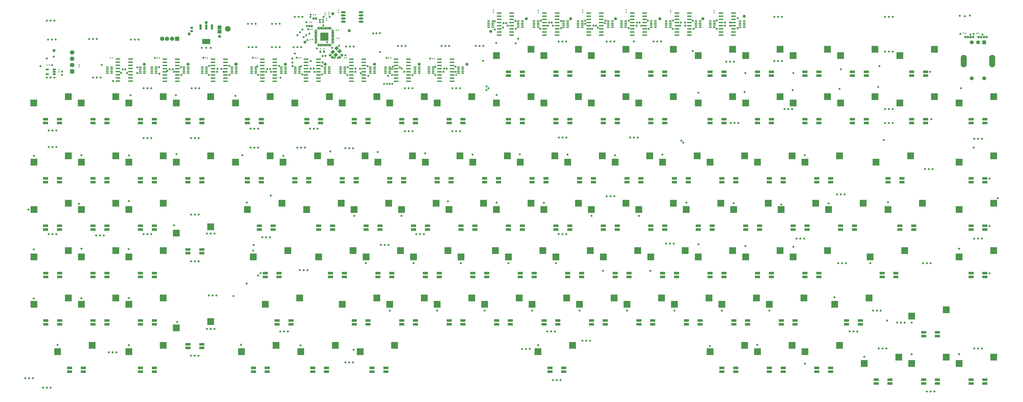
<source format=gbs>
G04*
G04 #@! TF.GenerationSoftware,Altium Limited,Altium Designer,23.5.1 (21)*
G04*
G04 Layer_Color=16711935*
%FSLAX25Y25*%
%MOIN*%
G70*
G04*
G04 #@! TF.SameCoordinates,508BA793-0958-4452-B0AF-20FDD5A17331*
G04*
G04*
G04 #@! TF.FilePolarity,Negative*
G04*
G01*
G75*
%ADD15R,0.01575X0.01968*%
%ADD16C,0.06706*%
%ADD17R,0.06706X0.06706*%
G04:AMPARAMS|DCode=18|XSize=94.49mil|YSize=196.85mil|CornerRadius=47.24mil|HoleSize=0mil|Usage=FLASHONLY|Rotation=180.000|XOffset=0mil|YOffset=0mil|HoleType=Round|Shape=RoundedRectangle|*
%AMROUNDEDRECTD18*
21,1,0.09449,0.10236,0,0,180.0*
21,1,0.00000,0.19685,0,0,180.0*
1,1,0.09449,0.00000,0.05118*
1,1,0.09449,0.00000,0.05118*
1,1,0.09449,0.00000,-0.05118*
1,1,0.09449,0.00000,-0.05118*
%
%ADD18ROUNDEDRECTD18*%
%ADD19C,0.06102*%
%ADD20R,0.06102X0.06102*%
%ADD21C,0.07099*%
%ADD22R,0.07099X0.07099*%
%ADD23C,0.03162*%
%ADD24C,0.04800*%
%ADD25C,0.04737*%
%ADD26C,0.08800*%
%ADD27C,0.02769*%
%ADD28C,0.05300*%
G04:AMPARAMS|DCode=49|XSize=74.98mil|YSize=22.36mil|CornerRadius=11.18mil|HoleSize=0mil|Usage=FLASHONLY|Rotation=180.000|XOffset=0mil|YOffset=0mil|HoleType=Round|Shape=RoundedRectangle|*
%AMROUNDEDRECTD49*
21,1,0.07498,0.00000,0,0,180.0*
21,1,0.05262,0.02236,0,0,180.0*
1,1,0.02236,-0.02631,0.00000*
1,1,0.02236,0.02631,0.00000*
1,1,0.02236,0.02631,0.00000*
1,1,0.02236,-0.02631,0.00000*
%
%ADD49ROUNDEDRECTD49*%
%ADD50R,0.07498X0.02236*%
%ADD52R,0.01968X0.01575*%
%ADD53R,0.03260X0.03174*%
%ADD54R,0.02182X0.01822*%
%ADD57R,0.12795X0.08465*%
%ADD58R,0.03740X0.08465*%
%ADD59R,0.06127X0.06213*%
G04:AMPARAMS|DCode=65|XSize=55.12mil|YSize=47.24mil|CornerRadius=0mil|HoleSize=0mil|Usage=FLASHONLY|Rotation=225.000|XOffset=0mil|YOffset=0mil|HoleType=Round|Shape=Rectangle|*
%AMROTATEDRECTD65*
4,1,4,0.00278,0.03619,0.03619,0.00278,-0.00278,-0.03619,-0.03619,-0.00278,0.00278,0.03619,0.0*
%
%ADD65ROTATEDRECTD65*%

%ADD74R,0.10839X0.10642*%
%ADD75R,0.10839X0.10642*%
%ADD76R,0.07887X0.04028*%
%ADD77O,0.01587X0.04343*%
%ADD78R,0.03162X0.02769*%
%ADD79R,0.03359X0.03359*%
%ADD80R,0.04343X0.02473*%
G04:AMPARAMS|DCode=81|XSize=37.92mil|YSize=34mil|CornerRadius=7.25mil|HoleSize=0mil|Usage=FLASHONLY|Rotation=180.000|XOffset=0mil|YOffset=0mil|HoleType=Round|Shape=RoundedRectangle|*
%AMROUNDEDRECTD81*
21,1,0.03792,0.01950,0,0,180.0*
21,1,0.02342,0.03400,0,0,180.0*
1,1,0.01450,-0.01171,0.00975*
1,1,0.01450,0.01171,0.00975*
1,1,0.01450,0.01171,-0.00975*
1,1,0.01450,-0.01171,-0.00975*
%
%ADD81ROUNDEDRECTD81*%
G04:AMPARAMS|DCode=82|XSize=41.47mil|YSize=37.53mil|CornerRadius=0mil|HoleSize=0mil|Usage=FLASHONLY|Rotation=315.000|XOffset=0mil|YOffset=0mil|HoleType=Round|Shape=Rectangle|*
%AMROTATEDRECTD82*
4,1,4,-0.02793,0.00139,-0.00139,0.02793,0.02793,-0.00139,0.00139,-0.02793,-0.02793,0.00139,0.0*
%
%ADD82ROTATEDRECTD82*%

%ADD83O,0.07493X0.03162*%
%ADD84R,0.13005X0.13005*%
%ADD85O,0.04343X0.01587*%
G04:AMPARAMS|DCode=86|XSize=41.47mil|YSize=37.53mil|CornerRadius=0mil|HoleSize=0mil|Usage=FLASHONLY|Rotation=45.000|XOffset=0mil|YOffset=0mil|HoleType=Round|Shape=Rectangle|*
%AMROTATEDRECTD86*
4,1,4,-0.00139,-0.02793,-0.02793,-0.00139,0.00139,0.02793,0.02793,0.00139,-0.00139,-0.02793,0.0*
%
%ADD86ROTATEDRECTD86*%

%ADD87R,0.04540X0.03162*%
D15*
X376425Y550000D02*
D03*
X379575D02*
D03*
X465244Y606294D02*
D03*
X462094D02*
D03*
X504701Y593902D02*
D03*
X507850D02*
D03*
X508575Y581000D02*
D03*
X505425D02*
D03*
X465911Y595238D02*
D03*
X462761D02*
D03*
X466575Y579000D02*
D03*
X463425D02*
D03*
X471669Y618294D02*
D03*
X468520D02*
D03*
X300575Y550000D02*
D03*
X297425D02*
D03*
X47403Y538523D02*
D03*
X50552D02*
D03*
X659575Y549000D02*
D03*
X656425D02*
D03*
X590575Y550000D02*
D03*
X587425D02*
D03*
X520575Y550000D02*
D03*
X517425D02*
D03*
X448575Y550000D02*
D03*
X445425D02*
D03*
X224575D02*
D03*
X221425D02*
D03*
X150575D02*
D03*
X147425D02*
D03*
D16*
X229189Y580165D02*
D03*
X244937D02*
D03*
X237063D02*
D03*
D17*
X252811D02*
D03*
D18*
X1496309Y545000D02*
D03*
X1541191D02*
D03*
D19*
X1508907Y574528D02*
D03*
X1518750D02*
D03*
X1508907Y517441D02*
D03*
X1528593D02*
D03*
D20*
Y574528D02*
D03*
D21*
X87000Y538750D02*
D03*
Y548750D02*
D03*
Y558750D02*
D03*
D22*
Y528750D02*
D03*
D23*
X519000Y554000D02*
D03*
X484955Y559185D02*
D03*
X479257Y559185D02*
D03*
X506942Y550036D02*
D03*
X502000Y550000D02*
D03*
X508916Y569187D02*
D03*
X487136Y553135D02*
D03*
X490000Y575000D02*
D03*
X1506000Y617000D02*
D03*
X1489849Y616764D02*
D03*
X1384000Y615000D02*
D03*
X1378000D02*
D03*
X1372000D02*
D03*
X1209000D02*
D03*
X1203000D02*
D03*
X1197000D02*
D03*
X1512000Y587819D02*
D03*
X1491000D02*
D03*
X543181Y525610D02*
D03*
X1139000Y613000D02*
D03*
X1498000Y616000D02*
D03*
X1245267Y66000D02*
D03*
X1292042Y170958D02*
D03*
X1370000Y420000D02*
D03*
X1375279Y134226D02*
D03*
X326181Y528000D02*
D03*
X356000Y396000D02*
D03*
X401000Y332000D02*
D03*
X416212Y518521D02*
D03*
X482000Y524000D02*
D03*
X975000Y576000D02*
D03*
X57978Y552006D02*
D03*
X55303Y538540D02*
D03*
X36823Y536881D02*
D03*
X132000Y519000D02*
D03*
X126000D02*
D03*
X120000D02*
D03*
X59000D02*
D03*
X53000D02*
D03*
X47000D02*
D03*
X61000Y579000D02*
D03*
X55000D02*
D03*
X49000D02*
D03*
X126000Y580000D02*
D03*
X120000D02*
D03*
X114000D02*
D03*
X192000Y579000D02*
D03*
X186000D02*
D03*
X180000D02*
D03*
X451000Y615000D02*
D03*
X445000D02*
D03*
X439000D02*
D03*
X415000Y604000D02*
D03*
X409000D02*
D03*
X403000D02*
D03*
X377000D02*
D03*
X371000D02*
D03*
X365000D02*
D03*
X457843Y600484D02*
D03*
X459978Y595253D02*
D03*
X457323Y606290D02*
D03*
X458751Y578249D02*
D03*
X443000Y586000D02*
D03*
X447197Y590675D02*
D03*
X461964Y588232D02*
D03*
X457000Y586000D02*
D03*
X453000Y583000D02*
D03*
X451000Y595000D02*
D03*
X288000Y502000D02*
D03*
X282000D02*
D03*
X276000D02*
D03*
X212000D02*
D03*
X206000D02*
D03*
X200000D02*
D03*
X315000Y174000D02*
D03*
X309000D02*
D03*
X303000D02*
D03*
X856366Y424042D02*
D03*
X862366D02*
D03*
X868366D02*
D03*
X969000D02*
D03*
X975000D02*
D03*
X981000D02*
D03*
X1372000Y447000D02*
D03*
X1378000D02*
D03*
X1384000D02*
D03*
X1128000D02*
D03*
X1134000D02*
D03*
X1140000D02*
D03*
X1197000Y545000D02*
D03*
X1203000D02*
D03*
X1209000D02*
D03*
X1121000Y544000D02*
D03*
X1127000D02*
D03*
X1133000D02*
D03*
X792000Y580362D02*
D03*
X768000Y598000D02*
D03*
X932000Y576000D02*
D03*
X938000D02*
D03*
X944000D02*
D03*
X1006000D02*
D03*
X1012000D02*
D03*
X1018000D02*
D03*
X868000D02*
D03*
X862000D02*
D03*
X856000D02*
D03*
X125000Y269000D02*
D03*
X131000D02*
D03*
X137000D02*
D03*
X1513000Y264000D02*
D03*
X1519000D02*
D03*
X1525000D02*
D03*
X856000Y271000D02*
D03*
X862000D02*
D03*
X868000D02*
D03*
X932000Y331000D02*
D03*
X938000D02*
D03*
X944000D02*
D03*
X1026000Y256000D02*
D03*
X1032000D02*
D03*
X1038000D02*
D03*
X631000Y271000D02*
D03*
X637000D02*
D03*
X643000D02*
D03*
X384868Y209235D02*
D03*
X380819Y205566D02*
D03*
X483000Y553000D02*
D03*
X482996Y542996D02*
D03*
X474000Y565000D02*
D03*
X464000Y545000D02*
D03*
X435180Y542681D02*
D03*
Y536880D02*
D03*
X439000Y557000D02*
D03*
X442000Y550181D02*
D03*
X435000Y549000D02*
D03*
X448660Y536643D02*
D03*
X482000Y537000D02*
D03*
X498000Y566078D02*
D03*
X287000Y228000D02*
D03*
X374000Y254000D02*
D03*
X832736Y320736D02*
D03*
X758000Y321000D02*
D03*
X681000Y323000D02*
D03*
X495000Y402000D02*
D03*
X531000Y407000D02*
D03*
X525000D02*
D03*
X519000D02*
D03*
X570000Y401000D02*
D03*
X645000Y399000D02*
D03*
X587000Y254000D02*
D03*
X581000D02*
D03*
X575000D02*
D03*
X62000Y435000D02*
D03*
X56000D02*
D03*
X50000D02*
D03*
X62000Y409000D02*
D03*
X56000D02*
D03*
X50000D02*
D03*
X62000Y271000D02*
D03*
X56000D02*
D03*
X50000D02*
D03*
X212000D02*
D03*
X206000D02*
D03*
X200000D02*
D03*
X287000Y302000D02*
D03*
X281000D02*
D03*
X275000D02*
D03*
X810312Y89385D02*
D03*
X804313D02*
D03*
X798313D02*
D03*
X437000Y567000D02*
D03*
X443000D02*
D03*
X449000D02*
D03*
X1328000Y117000D02*
D03*
X1322000D02*
D03*
X1316000D02*
D03*
X850000D02*
D03*
X844000D02*
D03*
X838000D02*
D03*
X463800Y618253D02*
D03*
X463686Y614606D02*
D03*
X287078Y423080D02*
D03*
X281078D02*
D03*
X275078D02*
D03*
X59000Y609000D02*
D03*
X53000D02*
D03*
X47000D02*
D03*
X700000Y502000D02*
D03*
X694000D02*
D03*
X688000D02*
D03*
X625000D02*
D03*
X619000D02*
D03*
X613000D02*
D03*
X737000Y569000D02*
D03*
X731000D02*
D03*
X725000D02*
D03*
X683000D02*
D03*
X677000D02*
D03*
X671000D02*
D03*
X614000D02*
D03*
X608000D02*
D03*
X602000D02*
D03*
X532000Y568000D02*
D03*
X526000D02*
D03*
X520000D02*
D03*
X415000Y567000D02*
D03*
X409000D02*
D03*
X403000D02*
D03*
X378000D02*
D03*
X372000D02*
D03*
X366000D02*
D03*
X1525000Y90000D02*
D03*
X1519000D02*
D03*
X1513000D02*
D03*
X1374000D02*
D03*
X1368000D02*
D03*
X1362000D02*
D03*
X25000Y43000D02*
D03*
X19000D02*
D03*
X13000D02*
D03*
X41000Y28000D02*
D03*
X47000D02*
D03*
X53000D02*
D03*
X145000Y84000D02*
D03*
X151000D02*
D03*
X157000D02*
D03*
X300000Y121000D02*
D03*
X306000D02*
D03*
X312000D02*
D03*
X274500Y78500D02*
D03*
X280500D02*
D03*
X286500D02*
D03*
X275000Y228000D02*
D03*
X281000D02*
D03*
X447000Y214000D02*
D03*
X453000D02*
D03*
X459000D02*
D03*
X416000Y117000D02*
D03*
X422000D02*
D03*
X428000D02*
D03*
X387500Y266000D02*
D03*
X393500D02*
D03*
X399500D02*
D03*
X847000Y40000D02*
D03*
X853000D02*
D03*
X859000D02*
D03*
X1438000Y22000D02*
D03*
X1444000D02*
D03*
X1450000D02*
D03*
X1353000Y150000D02*
D03*
X1359000D02*
D03*
X1365000D02*
D03*
X1391000Y131000D02*
D03*
X1397000D02*
D03*
X1403000D02*
D03*
X1298000Y225000D02*
D03*
X1304000D02*
D03*
X1310000D02*
D03*
X1432000D02*
D03*
X1438000D02*
D03*
X1444000D02*
D03*
X1435000Y374000D02*
D03*
X1441000D02*
D03*
X1447000D02*
D03*
X1372000Y560000D02*
D03*
X1378000D02*
D03*
X1384000D02*
D03*
X1372000Y469000D02*
D03*
X1378000D02*
D03*
X1384000D02*
D03*
X1213000D02*
D03*
X1219000D02*
D03*
X1225000D02*
D03*
X688000Y434000D02*
D03*
X694000D02*
D03*
X700000D02*
D03*
X613000D02*
D03*
X619000D02*
D03*
X625000D02*
D03*
X443000Y408000D02*
D03*
X449000D02*
D03*
X455000D02*
D03*
X463000Y438000D02*
D03*
X469000D02*
D03*
X475000D02*
D03*
X369000D02*
D03*
X375000D02*
D03*
X381000D02*
D03*
X369000Y408000D02*
D03*
X375000D02*
D03*
X381000D02*
D03*
X200026Y422841D02*
D03*
X206027D02*
D03*
X212027D02*
D03*
X519000Y68000D02*
D03*
X525000D02*
D03*
X531000D02*
D03*
X1296000Y334000D02*
D03*
X1302000D02*
D03*
X1308000D02*
D03*
X1513000Y422000D02*
D03*
X1519000D02*
D03*
X1525000D02*
D03*
X893465Y102362D02*
D03*
X899465D02*
D03*
X905465D02*
D03*
X534507Y528012D02*
D03*
X1537000Y359000D02*
D03*
X494000Y615000D02*
D03*
X484339Y615086D02*
D03*
X484065Y601367D02*
D03*
X259000Y535217D02*
D03*
X1118978Y600978D02*
D03*
X979000Y601000D02*
D03*
X522708Y535418D02*
D03*
X755000Y595000D02*
D03*
X998000Y596000D02*
D03*
X898000Y604000D02*
D03*
Y609000D02*
D03*
X775409Y600952D02*
D03*
X847000Y601000D02*
D03*
X585000Y509000D02*
D03*
X580000D02*
D03*
X593000D02*
D03*
X315746Y527855D02*
D03*
X303598Y537143D02*
D03*
X335104Y537166D02*
D03*
X401268Y528001D02*
D03*
X393590Y527798D02*
D03*
X470404Y528088D02*
D03*
X554849Y521735D02*
D03*
X586199Y521587D02*
D03*
X693234Y527798D02*
D03*
X967000Y609000D02*
D03*
X966439Y597199D02*
D03*
X997000Y609000D02*
D03*
X1056000Y601000D02*
D03*
X554000Y537000D02*
D03*
X71000Y523000D02*
D03*
X47000Y549000D02*
D03*
X70925Y528156D02*
D03*
X373000Y245000D02*
D03*
X253000Y132000D02*
D03*
X788000Y573000D02*
D03*
X1445000Y453000D02*
D03*
X1443000Y528000D02*
D03*
X745000Y502000D02*
D03*
X742000Y499000D02*
D03*
Y505000D02*
D03*
X294125Y550300D02*
D03*
X372484Y550363D02*
D03*
X1127000Y601000D02*
D03*
Y606000D02*
D03*
X1106038Y609319D02*
D03*
X1139000Y597000D02*
D03*
X1069144Y595914D02*
D03*
X1049000Y606000D02*
D03*
X1056000D02*
D03*
X1048070Y600984D02*
D03*
X1037000Y609000D02*
D03*
X986708Y601086D02*
D03*
X984000Y606000D02*
D03*
X980000D02*
D03*
X930000Y609000D02*
D03*
X929000Y605000D02*
D03*
X918000Y598000D02*
D03*
X915000Y601000D02*
D03*
X911000D02*
D03*
X860000Y597000D02*
D03*
Y608181D02*
D03*
X845000Y606000D02*
D03*
X841000D02*
D03*
X828000Y609000D02*
D03*
X773000Y605000D02*
D03*
X769000D02*
D03*
X625000Y523000D02*
D03*
X612000Y528000D02*
D03*
X660801Y522801D02*
D03*
X674000Y528000D02*
D03*
X675000Y533000D02*
D03*
X679000D02*
D03*
X693000Y536000D02*
D03*
X661000D02*
D03*
X594000D02*
D03*
X589000Y509000D02*
D03*
X592488Y523041D02*
D03*
X592521Y532521D02*
D03*
X171000Y532000D02*
D03*
X174000Y526000D02*
D03*
X167000Y532000D02*
D03*
X179181Y491000D02*
D03*
X189880Y525830D02*
D03*
X241000Y532000D02*
D03*
X246000D02*
D03*
X237203Y529606D02*
D03*
X259715Y523041D02*
D03*
X322913Y532711D02*
D03*
X316717Y532624D02*
D03*
X399936Y532354D02*
D03*
X395189Y532162D02*
D03*
X414031Y537169D02*
D03*
X451000Y524000D02*
D03*
X461819Y528000D02*
D03*
X464000Y533000D02*
D03*
X469000D02*
D03*
X542000D02*
D03*
X535000D02*
D03*
X421000Y395000D02*
D03*
X251000Y491000D02*
D03*
X345000Y490000D02*
D03*
X251752Y397533D02*
D03*
X306000Y566000D02*
D03*
X299000D02*
D03*
X292000D02*
D03*
X1050000Y419000D02*
D03*
X1068000Y609000D02*
D03*
X787485Y608163D02*
D03*
X755000Y608000D02*
D03*
X736628Y545352D02*
D03*
X312000Y272000D02*
D03*
X306000D02*
D03*
X300000D02*
D03*
X1244000Y264000D02*
D03*
X1238000D02*
D03*
X1232000D02*
D03*
X757767Y491117D02*
D03*
X589000Y150000D02*
D03*
X664000D02*
D03*
X739000D02*
D03*
X814000D02*
D03*
X889000D02*
D03*
X964000D02*
D03*
X1039000D02*
D03*
X1114000D02*
D03*
X1189000D02*
D03*
X1348505Y225039D02*
D03*
X1053000Y416000D02*
D03*
X720000Y397000D02*
D03*
X794659Y397321D02*
D03*
X1020000Y397000D02*
D03*
X945000Y396000D02*
D03*
X870000Y397000D02*
D03*
X363000Y321000D02*
D03*
X176969Y395737D02*
D03*
X176547Y323229D02*
D03*
X225000Y525000D02*
D03*
X224197Y535266D02*
D03*
X101449Y396072D02*
D03*
X26428Y395024D02*
D03*
X26163Y246437D02*
D03*
X101474Y247911D02*
D03*
X176306Y247177D02*
D03*
X176616Y169903D02*
D03*
X101460Y169723D02*
D03*
X26379Y169224D02*
D03*
X64068Y95886D02*
D03*
X176628Y95183D02*
D03*
X354000Y96000D02*
D03*
X448000Y95000D02*
D03*
X531879Y88077D02*
D03*
X823413Y95352D02*
D03*
X1095000Y94000D02*
D03*
X1170000Y96000D02*
D03*
X1414000Y131000D02*
D03*
X1339000Y77000D02*
D03*
X1489000Y81000D02*
D03*
X1414000D02*
D03*
X1537000Y209000D02*
D03*
X1489000Y248000D02*
D03*
X1537000Y284000D02*
D03*
X1376632Y321499D02*
D03*
X1282486Y319630D02*
D03*
X1245000Y396000D02*
D03*
X1208000Y318000D02*
D03*
X1132481Y319771D02*
D03*
X1058000Y321000D02*
D03*
X908000Y300000D02*
D03*
X983000D02*
D03*
X607719Y299968D02*
D03*
X533000Y300000D02*
D03*
X551392Y224973D02*
D03*
X626470Y224931D02*
D03*
X701350Y224992D02*
D03*
X776722Y224954D02*
D03*
X851426Y225014D02*
D03*
X1526000Y587000D02*
D03*
X1507000D02*
D03*
X653000Y549000D02*
D03*
X584000Y550000D02*
D03*
X218000D02*
D03*
X379631Y536643D02*
D03*
X98000Y319000D02*
D03*
X18000Y310000D02*
D03*
X134000Y539000D02*
D03*
X151465Y513192D02*
D03*
X1550000Y328000D02*
D03*
X1077000Y495000D02*
D03*
X573470Y559155D02*
D03*
X573129Y589129D02*
D03*
X568000Y589000D02*
D03*
X562757Y588757D02*
D03*
X248000Y285000D02*
D03*
X1492000Y502000D02*
D03*
X1227000Y251000D02*
D03*
X788231Y595955D02*
D03*
X1151392Y252392D02*
D03*
X1077000Y255000D02*
D03*
X1001000Y213000D02*
D03*
X926000D02*
D03*
X839000Y601000D02*
D03*
X827000Y596000D02*
D03*
X757368Y573632D02*
D03*
X608000Y533000D02*
D03*
X1227000Y526000D02*
D03*
X164311Y526153D02*
D03*
X1068000Y561000D02*
D03*
X909000Y596000D02*
D03*
X1036401Y595914D02*
D03*
X1150000Y496000D02*
D03*
X1300000Y501000D02*
D03*
X1226000Y499000D02*
D03*
X1361000Y504000D02*
D03*
X1151055Y525959D02*
D03*
X1363055Y536959D02*
D03*
X1302000Y532000D02*
D03*
X1106038Y595978D02*
D03*
X1512000Y408000D02*
D03*
X1118978Y606022D02*
D03*
X605000Y535000D02*
D03*
X521773Y523041D02*
D03*
X363000Y193000D02*
D03*
X381000Y523000D02*
D03*
X342000Y173000D02*
D03*
X335744Y523041D02*
D03*
X303001D02*
D03*
X248000Y528000D02*
D03*
X190000Y535000D02*
D03*
D24*
X455000Y575000D02*
D03*
X1149347Y616000D02*
D03*
X424000Y540000D02*
D03*
X58274Y561611D02*
D03*
X499000Y620000D02*
D03*
X1084000Y612000D02*
D03*
X1016000D02*
D03*
X946000D02*
D03*
X875000D02*
D03*
X805000D02*
D03*
X525000Y593000D02*
D03*
X748540Y591884D02*
D03*
X711000Y540000D02*
D03*
X635512Y540024D02*
D03*
X565000Y540000D02*
D03*
X487000D02*
D03*
X270188Y539827D02*
D03*
X200867Y539867D02*
D03*
D25*
X299000Y606000D02*
D03*
X320000Y584000D02*
D03*
X272000Y588000D02*
D03*
D26*
X333000Y596000D02*
D03*
D27*
X694000Y523000D02*
D03*
X481338Y579338D02*
D03*
X485669D02*
D03*
X490000D02*
D03*
X481338Y583669D02*
D03*
X485669D02*
D03*
X490000D02*
D03*
X481338Y588000D02*
D03*
X485669D02*
D03*
X490000D02*
D03*
D28*
X346000Y540000D02*
D03*
D49*
X456584Y548041D02*
D03*
Y543041D02*
D03*
Y538041D02*
D03*
Y533041D02*
D03*
Y528041D02*
D03*
Y523041D02*
D03*
Y518041D02*
D03*
Y513041D02*
D03*
X476276D02*
D03*
Y518041D02*
D03*
Y523041D02*
D03*
Y528041D02*
D03*
Y533041D02*
D03*
Y538041D02*
D03*
Y543041D02*
D03*
X991849Y615955D02*
D03*
Y610955D02*
D03*
Y605955D02*
D03*
Y600955D02*
D03*
Y595955D02*
D03*
Y590955D02*
D03*
Y585955D02*
D03*
X972157D02*
D03*
Y590955D02*
D03*
Y595955D02*
D03*
Y600955D02*
D03*
Y605955D02*
D03*
Y610955D02*
D03*
Y615955D02*
D03*
Y620955D02*
D03*
X1132278Y615955D02*
D03*
Y610955D02*
D03*
Y605955D02*
D03*
Y600955D02*
D03*
Y595955D02*
D03*
Y590955D02*
D03*
Y585955D02*
D03*
X1112586D02*
D03*
Y590955D02*
D03*
Y595955D02*
D03*
Y600955D02*
D03*
Y605955D02*
D03*
Y610955D02*
D03*
Y615955D02*
D03*
Y620955D02*
D03*
X1062563Y615955D02*
D03*
Y610955D02*
D03*
Y605955D02*
D03*
Y600955D02*
D03*
Y595955D02*
D03*
Y590955D02*
D03*
Y585955D02*
D03*
X1042871D02*
D03*
Y590955D02*
D03*
Y595955D02*
D03*
Y600955D02*
D03*
Y605955D02*
D03*
Y610955D02*
D03*
Y615955D02*
D03*
Y620955D02*
D03*
X923394Y615955D02*
D03*
Y610955D02*
D03*
Y605955D02*
D03*
Y600955D02*
D03*
Y595955D02*
D03*
Y590955D02*
D03*
Y585955D02*
D03*
X903702D02*
D03*
Y590955D02*
D03*
Y595955D02*
D03*
Y600955D02*
D03*
Y605955D02*
D03*
Y610955D02*
D03*
Y615955D02*
D03*
Y620955D02*
D03*
X853420Y615955D02*
D03*
Y610955D02*
D03*
Y605955D02*
D03*
Y600955D02*
D03*
Y595955D02*
D03*
Y590955D02*
D03*
Y585955D02*
D03*
X833728D02*
D03*
Y590955D02*
D03*
Y595955D02*
D03*
Y600955D02*
D03*
Y605955D02*
D03*
Y610955D02*
D03*
Y615955D02*
D03*
Y620955D02*
D03*
X781705Y615955D02*
D03*
Y610955D02*
D03*
Y605955D02*
D03*
Y600955D02*
D03*
Y595955D02*
D03*
Y590955D02*
D03*
Y585955D02*
D03*
X762013D02*
D03*
Y590955D02*
D03*
Y595955D02*
D03*
Y600955D02*
D03*
Y605955D02*
D03*
Y610955D02*
D03*
Y615955D02*
D03*
Y620955D02*
D03*
X687419Y543041D02*
D03*
Y538041D02*
D03*
Y533041D02*
D03*
Y528041D02*
D03*
Y523041D02*
D03*
Y518041D02*
D03*
Y513041D02*
D03*
X667727D02*
D03*
Y518041D02*
D03*
Y523041D02*
D03*
Y528041D02*
D03*
Y533041D02*
D03*
Y538041D02*
D03*
Y543041D02*
D03*
Y548041D02*
D03*
X618705Y543041D02*
D03*
Y538041D02*
D03*
Y533041D02*
D03*
Y528041D02*
D03*
Y523041D02*
D03*
Y518041D02*
D03*
Y513041D02*
D03*
X599013D02*
D03*
Y518041D02*
D03*
Y523041D02*
D03*
Y528041D02*
D03*
Y533041D02*
D03*
Y538041D02*
D03*
Y543041D02*
D03*
Y548041D02*
D03*
X547990Y543041D02*
D03*
Y538041D02*
D03*
Y533041D02*
D03*
Y528041D02*
D03*
Y523041D02*
D03*
Y518041D02*
D03*
Y513041D02*
D03*
X528298D02*
D03*
Y518041D02*
D03*
Y523041D02*
D03*
Y528041D02*
D03*
Y533041D02*
D03*
Y538041D02*
D03*
Y543041D02*
D03*
Y548041D02*
D03*
X407247Y543041D02*
D03*
Y538041D02*
D03*
Y533041D02*
D03*
Y528041D02*
D03*
Y523041D02*
D03*
Y518041D02*
D03*
Y513041D02*
D03*
X387555D02*
D03*
Y518041D02*
D03*
Y523041D02*
D03*
Y528041D02*
D03*
Y533041D02*
D03*
Y538041D02*
D03*
Y543041D02*
D03*
Y548041D02*
D03*
X329218Y543041D02*
D03*
Y538041D02*
D03*
Y533041D02*
D03*
Y528041D02*
D03*
Y523041D02*
D03*
Y518041D02*
D03*
Y513041D02*
D03*
X309526D02*
D03*
Y518041D02*
D03*
Y523041D02*
D03*
Y528041D02*
D03*
Y533041D02*
D03*
Y538041D02*
D03*
Y543041D02*
D03*
Y548041D02*
D03*
X253190Y543041D02*
D03*
Y538041D02*
D03*
Y533041D02*
D03*
Y528041D02*
D03*
Y523041D02*
D03*
Y518041D02*
D03*
Y513041D02*
D03*
X233498D02*
D03*
Y518041D02*
D03*
Y523041D02*
D03*
Y528041D02*
D03*
Y533041D02*
D03*
Y538041D02*
D03*
Y543041D02*
D03*
Y548041D02*
D03*
X179096Y543250D02*
D03*
Y538250D02*
D03*
Y533250D02*
D03*
Y528250D02*
D03*
Y523250D02*
D03*
Y518250D02*
D03*
Y513250D02*
D03*
X159404D02*
D03*
Y518250D02*
D03*
Y523250D02*
D03*
Y528250D02*
D03*
Y533250D02*
D03*
Y538250D02*
D03*
Y543250D02*
D03*
Y548250D02*
D03*
D50*
X476276Y548041D02*
D03*
X991849Y620955D02*
D03*
X1132278D02*
D03*
X1062563D02*
D03*
X923394D02*
D03*
X853420D02*
D03*
X781705D02*
D03*
X687419Y548041D02*
D03*
X618705D02*
D03*
X547990D02*
D03*
X407247D02*
D03*
X329218D02*
D03*
X253190D02*
D03*
X179096Y548250D02*
D03*
D52*
X489000Y609425D02*
D03*
Y612575D02*
D03*
X485001Y564669D02*
D03*
Y561520D02*
D03*
X479173Y564669D02*
D03*
Y561519D02*
D03*
X493000Y621575D02*
D03*
Y618425D02*
D03*
X487000D02*
D03*
Y621575D02*
D03*
X508000Y625575D02*
D03*
Y622425D02*
D03*
X894000Y625150D02*
D03*
Y622000D02*
D03*
X98000Y539000D02*
D03*
Y535850D02*
D03*
X66000Y531150D02*
D03*
Y528000D02*
D03*
X1102000Y621850D02*
D03*
Y625000D02*
D03*
X1033000Y621850D02*
D03*
Y625000D02*
D03*
X963000Y622425D02*
D03*
Y625575D02*
D03*
X824000Y622000D02*
D03*
Y625150D02*
D03*
X753000Y622425D02*
D03*
Y625575D02*
D03*
D53*
X461744Y600294D02*
D03*
X465594D02*
D03*
X468744Y612294D02*
D03*
X472594D02*
D03*
D54*
X1496180Y588998D02*
D03*
X1498970D02*
D03*
X1519700Y589002D02*
D03*
X1516910D02*
D03*
D57*
X299000Y576000D02*
D03*
D58*
X308055Y598835D02*
D03*
X299000D02*
D03*
X289945D02*
D03*
D59*
X320067Y591598D02*
D03*
Y598402D02*
D03*
D65*
X504937Y565402D02*
D03*
X498812Y559277D02*
D03*
X503545Y554545D02*
D03*
X509669Y560669D02*
D03*
D74*
X345236Y385000D02*
D03*
X457736Y310000D02*
D03*
X63986Y85000D02*
D03*
X757736Y310000D02*
D03*
X1488986Y478750D02*
D03*
Y385000D02*
D03*
Y310000D02*
D03*
Y235000D02*
D03*
Y66250D02*
D03*
X1413986D02*
D03*
X1338986D02*
D03*
X1413986Y141250D02*
D03*
X1357736Y385000D02*
D03*
X1348361Y235000D02*
D03*
X1292111Y160000D02*
D03*
X1376486Y310000D02*
D03*
X1245236Y85000D02*
D03*
X823361D02*
D03*
X1095236D02*
D03*
X1170236D02*
D03*
X1226486Y478750D02*
D03*
X1395236D02*
D03*
Y553750D02*
D03*
X1301486Y478750D02*
D03*
X1076486Y553750D02*
D03*
X1301486D02*
D03*
X1226486D02*
D03*
X1151486D02*
D03*
X1038986Y160000D02*
D03*
X963986D02*
D03*
X1188986D02*
D03*
X1113986D02*
D03*
X1151486Y478750D02*
D03*
X1076486D02*
D03*
X888986Y160000D02*
D03*
X982736Y553750D02*
D03*
Y310000D02*
D03*
X1076486Y235000D02*
D03*
X1151486D02*
D03*
X907736Y310000D02*
D03*
X851486Y235000D02*
D03*
X926486D02*
D03*
X1001486D02*
D03*
X1226486D02*
D03*
X757736Y553750D02*
D03*
X907736D02*
D03*
X1057736Y310000D02*
D03*
X832736Y553750D02*
D03*
X1245236Y385000D02*
D03*
X1132736Y310000D02*
D03*
X1207736D02*
D03*
X1282736D02*
D03*
X945236Y385000D02*
D03*
X1095236D02*
D03*
X1170236D02*
D03*
X1020236D02*
D03*
X982736Y478750D02*
D03*
X757736D02*
D03*
X907736D02*
D03*
X832736D02*
D03*
X663986D02*
D03*
X513986D02*
D03*
X588986D02*
D03*
X438986D02*
D03*
X645236Y385000D02*
D03*
X720236D02*
D03*
X795236D02*
D03*
X870236D02*
D03*
X607736Y310000D02*
D03*
X532736D02*
D03*
X682736D02*
D03*
X420236Y385000D02*
D03*
X495236D02*
D03*
X832736Y310000D02*
D03*
X570236Y385000D02*
D03*
X738986Y160000D02*
D03*
X663986D02*
D03*
X588986D02*
D03*
X813986D02*
D03*
X626486Y235000D02*
D03*
X776486D02*
D03*
X701486D02*
D03*
X551486D02*
D03*
X542111Y85000D02*
D03*
X513986Y160000D02*
D03*
X373361Y235000D02*
D03*
X345236Y478750D02*
D03*
X476486Y235000D02*
D03*
X363986Y310000D02*
D03*
X251486Y385000D02*
D03*
X176486Y85000D02*
D03*
X251486Y478750D02*
D03*
X392111Y160000D02*
D03*
X251486Y122500D02*
D03*
X354611Y85000D02*
D03*
X448361D02*
D03*
X26486Y235000D02*
D03*
X101486D02*
D03*
X176486D02*
D03*
Y310000D02*
D03*
Y160000D02*
D03*
X26486D02*
D03*
X101486D02*
D03*
X251486Y272500D02*
D03*
X101236Y478750D02*
D03*
X26486Y310000D02*
D03*
X101486D02*
D03*
X26236Y478750D02*
D03*
X176486Y385000D02*
D03*
X26486D02*
D03*
X101486D02*
D03*
X176486Y478750D02*
D03*
D75*
X399764Y395000D02*
D03*
X512264Y320000D02*
D03*
X118514Y95000D02*
D03*
X812264Y320000D02*
D03*
X1543514Y488750D02*
D03*
Y395000D02*
D03*
Y320000D02*
D03*
Y245000D02*
D03*
Y76250D02*
D03*
X1468514D02*
D03*
X1393514D02*
D03*
X1468514Y151250D02*
D03*
X1412264Y395000D02*
D03*
X1402889Y245000D02*
D03*
X1346639Y170000D02*
D03*
X1431014Y320000D02*
D03*
X1299764Y95000D02*
D03*
X877889D02*
D03*
X1149764D02*
D03*
X1224764D02*
D03*
X1281014Y488750D02*
D03*
X1449764D02*
D03*
Y563750D02*
D03*
X1356014Y488750D02*
D03*
X1131014Y563750D02*
D03*
X1356014D02*
D03*
X1281014D02*
D03*
X1206014D02*
D03*
X1093514Y170000D02*
D03*
X1018514D02*
D03*
X1243514D02*
D03*
X1168514D02*
D03*
X1206014Y488750D02*
D03*
X1131014D02*
D03*
X943514Y170000D02*
D03*
X1037264Y563750D02*
D03*
Y320000D02*
D03*
X1131014Y245000D02*
D03*
X1206014D02*
D03*
X962264Y320000D02*
D03*
X906014Y245000D02*
D03*
X981014D02*
D03*
X1056014D02*
D03*
X1281014D02*
D03*
X812264Y563750D02*
D03*
X962264D02*
D03*
X1112264Y320000D02*
D03*
X887264Y563750D02*
D03*
X1299764Y395000D02*
D03*
X1187264Y320000D02*
D03*
X1262264D02*
D03*
X1337264D02*
D03*
X999764Y395000D02*
D03*
X1149764D02*
D03*
X1224764D02*
D03*
X1074764D02*
D03*
X1037264Y488750D02*
D03*
X812264D02*
D03*
X962264D02*
D03*
X887264D02*
D03*
X718514D02*
D03*
X568514D02*
D03*
X643514D02*
D03*
X493514D02*
D03*
X699764Y395000D02*
D03*
X774764D02*
D03*
X849764D02*
D03*
X924764D02*
D03*
X662264Y320000D02*
D03*
X587264D02*
D03*
X737264D02*
D03*
X474764Y395000D02*
D03*
X549764D02*
D03*
X887264Y320000D02*
D03*
X624764Y395000D02*
D03*
X793514Y170000D02*
D03*
X718514D02*
D03*
X643514D02*
D03*
X868514D02*
D03*
X681014Y245000D02*
D03*
X831014D02*
D03*
X756014D02*
D03*
X606014D02*
D03*
X596639Y95000D02*
D03*
X568514Y170000D02*
D03*
X427889Y245000D02*
D03*
X399764Y488750D02*
D03*
X531014Y245000D02*
D03*
X418514Y320000D02*
D03*
X306014Y395000D02*
D03*
X231014Y95000D02*
D03*
X306014Y488750D02*
D03*
X446639Y170000D02*
D03*
X306014Y132500D02*
D03*
X409139Y95000D02*
D03*
X502889D02*
D03*
X81014Y245000D02*
D03*
X156014D02*
D03*
X231014D02*
D03*
Y320000D02*
D03*
Y170000D02*
D03*
X81014D02*
D03*
X156014D02*
D03*
X306014Y282500D02*
D03*
X155764Y488750D02*
D03*
X81014Y320000D02*
D03*
X156014D02*
D03*
X80764Y488750D02*
D03*
X231014Y395000D02*
D03*
X81014D02*
D03*
X156014D02*
D03*
X231014Y488750D02*
D03*
D76*
X1529691Y452953D02*
D03*
X1507809Y447047D02*
D03*
Y452953D02*
D03*
X1529691Y447047D02*
D03*
X1432809Y109547D02*
D03*
X1454691Y115453D02*
D03*
Y109547D02*
D03*
X1432809Y115453D02*
D03*
X1507809Y34547D02*
D03*
X1529691Y40453D02*
D03*
Y34547D02*
D03*
X1507809Y40453D02*
D03*
X1432809Y34547D02*
D03*
X1454691Y40453D02*
D03*
Y34547D02*
D03*
X1432809Y40453D02*
D03*
X1357809Y34547D02*
D03*
X1379691Y40453D02*
D03*
Y34547D02*
D03*
X1357809Y40453D02*
D03*
X1264059Y53297D02*
D03*
X1285941Y59203D02*
D03*
Y53297D02*
D03*
X1264059Y59203D02*
D03*
X1189059Y53297D02*
D03*
X1210941Y59203D02*
D03*
Y53297D02*
D03*
X1189059Y59203D02*
D03*
X1114059Y53297D02*
D03*
X1135941Y59203D02*
D03*
Y53297D02*
D03*
X1114059Y59203D02*
D03*
X842184Y53297D02*
D03*
X864066Y59203D02*
D03*
Y53297D02*
D03*
X842184Y59203D02*
D03*
X560934Y53297D02*
D03*
X582816Y59203D02*
D03*
Y53297D02*
D03*
X560934Y59203D02*
D03*
X467184Y53297D02*
D03*
X489066Y59203D02*
D03*
Y53297D02*
D03*
X467184Y59203D02*
D03*
X373434Y53297D02*
D03*
X395316Y59203D02*
D03*
Y53297D02*
D03*
X373434Y59203D02*
D03*
X195059Y53297D02*
D03*
X216941Y59203D02*
D03*
Y53297D02*
D03*
X195059Y59203D02*
D03*
X82809Y53297D02*
D03*
X104691Y59203D02*
D03*
Y53297D02*
D03*
X82809Y59203D02*
D03*
X67191Y134203D02*
D03*
X45309Y128297D02*
D03*
Y134203D02*
D03*
X67191Y128297D02*
D03*
X141941Y134203D02*
D03*
X120059Y128297D02*
D03*
Y134203D02*
D03*
X141941Y128297D02*
D03*
X216941Y134203D02*
D03*
X195059Y128297D02*
D03*
Y134203D02*
D03*
X216941Y128297D02*
D03*
X291941Y96703D02*
D03*
X270059Y90797D02*
D03*
Y96703D02*
D03*
X291941Y90797D02*
D03*
X432816Y134203D02*
D03*
X410934Y128297D02*
D03*
Y134203D02*
D03*
X432816Y128297D02*
D03*
X554691Y134203D02*
D03*
X532809Y128297D02*
D03*
Y134203D02*
D03*
X554691Y128297D02*
D03*
X629691Y134203D02*
D03*
X607809Y128297D02*
D03*
Y134203D02*
D03*
X629691Y128297D02*
D03*
X704691Y134203D02*
D03*
X682809Y128297D02*
D03*
Y134203D02*
D03*
X704691Y128297D02*
D03*
X779691Y134203D02*
D03*
X757809Y128297D02*
D03*
Y134203D02*
D03*
X779691Y128297D02*
D03*
X854691Y134203D02*
D03*
X832809Y128297D02*
D03*
Y134203D02*
D03*
X854691Y128297D02*
D03*
X929691Y134203D02*
D03*
X907809Y128297D02*
D03*
Y134203D02*
D03*
X929691Y128297D02*
D03*
X1004691Y134203D02*
D03*
X982809Y128297D02*
D03*
Y134203D02*
D03*
X1004691Y128297D02*
D03*
X1079691Y134203D02*
D03*
X1057809Y128297D02*
D03*
Y134203D02*
D03*
X1079691Y128297D02*
D03*
X1154691Y134203D02*
D03*
X1132809Y128297D02*
D03*
Y134203D02*
D03*
X1154691Y128297D02*
D03*
X1229691Y134203D02*
D03*
X1207809Y128297D02*
D03*
Y134203D02*
D03*
X1229691Y128297D02*
D03*
X1332816Y134203D02*
D03*
X1310934Y128297D02*
D03*
Y134203D02*
D03*
X1332816Y128297D02*
D03*
X1507809Y203297D02*
D03*
X1529691Y209203D02*
D03*
Y203297D02*
D03*
X1507809Y209203D02*
D03*
X1367184Y203297D02*
D03*
X1389066Y209203D02*
D03*
Y203297D02*
D03*
X1367184Y209203D02*
D03*
X1245309Y203297D02*
D03*
X1267191Y209203D02*
D03*
Y203297D02*
D03*
X1245309Y209203D02*
D03*
X1170309Y203297D02*
D03*
X1192191Y209203D02*
D03*
Y203297D02*
D03*
X1170309Y209203D02*
D03*
X1095309Y203297D02*
D03*
X1117191Y209203D02*
D03*
Y203297D02*
D03*
X1095309Y209203D02*
D03*
X1020309Y203297D02*
D03*
X1042191Y209203D02*
D03*
Y203297D02*
D03*
X1020309Y209203D02*
D03*
X945309Y203297D02*
D03*
X967191Y209203D02*
D03*
Y203297D02*
D03*
X945309Y209203D02*
D03*
X870309Y203297D02*
D03*
X892191Y209203D02*
D03*
Y203297D02*
D03*
X870309Y209203D02*
D03*
X795309Y203297D02*
D03*
X817191Y209203D02*
D03*
Y203297D02*
D03*
X795309Y209203D02*
D03*
X720309Y203297D02*
D03*
X742191Y209203D02*
D03*
Y203297D02*
D03*
X720309Y209203D02*
D03*
X645309Y203297D02*
D03*
X667191Y209203D02*
D03*
Y203297D02*
D03*
X645309Y209203D02*
D03*
X570309Y203297D02*
D03*
X592191Y209203D02*
D03*
Y203297D02*
D03*
X570309Y209203D02*
D03*
X495309Y203297D02*
D03*
X517191Y209203D02*
D03*
Y203297D02*
D03*
X495309Y209203D02*
D03*
X392184Y203297D02*
D03*
X414066Y209203D02*
D03*
Y203297D02*
D03*
X392184Y209203D02*
D03*
X195059Y203297D02*
D03*
X216941Y209203D02*
D03*
Y203297D02*
D03*
X195059Y209203D02*
D03*
X120059Y203317D02*
D03*
X141941Y209223D02*
D03*
Y203317D02*
D03*
X120059Y209223D02*
D03*
X45309Y203297D02*
D03*
X67191Y209203D02*
D03*
Y203297D02*
D03*
X45309Y209203D02*
D03*
X66941Y284203D02*
D03*
X45059Y278297D02*
D03*
Y284203D02*
D03*
X66941Y278297D02*
D03*
X141941Y284203D02*
D03*
X120059Y278297D02*
D03*
Y284203D02*
D03*
X141941Y278297D02*
D03*
X216941Y284203D02*
D03*
X195059Y278297D02*
D03*
Y284203D02*
D03*
X216941Y278297D02*
D03*
X291941Y246703D02*
D03*
X270059Y240797D02*
D03*
Y246703D02*
D03*
X291941Y240797D02*
D03*
X404691Y284203D02*
D03*
X382809Y278297D02*
D03*
Y284203D02*
D03*
X404691Y278297D02*
D03*
X498441Y284203D02*
D03*
X476559Y278297D02*
D03*
Y284203D02*
D03*
X498441Y278297D02*
D03*
X573441Y284203D02*
D03*
X551559Y278297D02*
D03*
Y284203D02*
D03*
X573441Y278297D02*
D03*
X648441Y284203D02*
D03*
X626559Y278297D02*
D03*
Y284203D02*
D03*
X648441Y278297D02*
D03*
X723441Y284203D02*
D03*
X701559Y278297D02*
D03*
Y284203D02*
D03*
X723441Y278297D02*
D03*
X798441Y284203D02*
D03*
X776559Y278297D02*
D03*
Y284203D02*
D03*
X798441Y278297D02*
D03*
X873441Y284203D02*
D03*
X851559Y278297D02*
D03*
Y284203D02*
D03*
X873441Y278297D02*
D03*
X948441Y284203D02*
D03*
X926559Y278297D02*
D03*
Y284203D02*
D03*
X948441Y278297D02*
D03*
X1023441Y284203D02*
D03*
X1001559Y278297D02*
D03*
Y284203D02*
D03*
X1023441Y278297D02*
D03*
X1098441Y284203D02*
D03*
X1076559Y278297D02*
D03*
Y284203D02*
D03*
X1098441Y278297D02*
D03*
X1173441Y284203D02*
D03*
X1151559Y278297D02*
D03*
Y284203D02*
D03*
X1173441Y278297D02*
D03*
X1248441Y284203D02*
D03*
X1226559Y278297D02*
D03*
Y284203D02*
D03*
X1248441Y278297D02*
D03*
X1323441Y284203D02*
D03*
X1301559Y278297D02*
D03*
Y284203D02*
D03*
X1323441Y278297D02*
D03*
X1417191Y284203D02*
D03*
X1395309Y278297D02*
D03*
Y284203D02*
D03*
X1417191Y278297D02*
D03*
X1529691Y284203D02*
D03*
X1507809Y278297D02*
D03*
Y284203D02*
D03*
X1529691Y278297D02*
D03*
X1507809Y353297D02*
D03*
X1529691Y359203D02*
D03*
Y353297D02*
D03*
X1507809Y359203D02*
D03*
X1376559Y353297D02*
D03*
X1398441Y359203D02*
D03*
Y353297D02*
D03*
X1376559Y359203D02*
D03*
X1264059Y353297D02*
D03*
X1285941Y359203D02*
D03*
Y353297D02*
D03*
X1264059Y359203D02*
D03*
X1189059Y353297D02*
D03*
X1210941Y359203D02*
D03*
Y353297D02*
D03*
X1189059Y359203D02*
D03*
X1114059Y353297D02*
D03*
X1135941Y359203D02*
D03*
Y353297D02*
D03*
X1114059Y359203D02*
D03*
X1039059Y353297D02*
D03*
X1060941Y359203D02*
D03*
Y353297D02*
D03*
X1039059Y359203D02*
D03*
X964059Y353297D02*
D03*
X985941Y359203D02*
D03*
Y353297D02*
D03*
X964059Y359203D02*
D03*
X889059Y353297D02*
D03*
X910941Y359203D02*
D03*
Y353297D02*
D03*
X889059Y359203D02*
D03*
X814059Y353297D02*
D03*
X835941Y359203D02*
D03*
Y353297D02*
D03*
X814059Y359203D02*
D03*
X739059Y353297D02*
D03*
X760941Y359203D02*
D03*
Y353297D02*
D03*
X739059Y359203D02*
D03*
X664059Y353297D02*
D03*
X685941Y359203D02*
D03*
Y353297D02*
D03*
X664059Y359203D02*
D03*
X589059Y353297D02*
D03*
X610941Y359203D02*
D03*
Y353297D02*
D03*
X589059Y359203D02*
D03*
X514059Y353297D02*
D03*
X535941Y359203D02*
D03*
Y353297D02*
D03*
X514059Y359203D02*
D03*
X439059Y353297D02*
D03*
X460941Y359203D02*
D03*
Y353297D02*
D03*
X439059Y359203D02*
D03*
X364059Y353297D02*
D03*
X385941Y359203D02*
D03*
Y353297D02*
D03*
X364059Y359203D02*
D03*
X270059Y353297D02*
D03*
X291941Y359203D02*
D03*
Y353297D02*
D03*
X270059Y359203D02*
D03*
X195059Y353297D02*
D03*
X216941Y359203D02*
D03*
Y353297D02*
D03*
X195059Y359203D02*
D03*
X120059Y353297D02*
D03*
X141941Y359203D02*
D03*
Y353297D02*
D03*
X120059Y359203D02*
D03*
X45059Y353297D02*
D03*
X66941Y359203D02*
D03*
Y353297D02*
D03*
X45059Y359203D02*
D03*
X66941Y452953D02*
D03*
X45059Y447047D02*
D03*
Y452953D02*
D03*
X66941Y447047D02*
D03*
X141941Y452953D02*
D03*
X120059Y447047D02*
D03*
Y452953D02*
D03*
X141941Y447047D02*
D03*
X216941Y452953D02*
D03*
X195059Y447047D02*
D03*
Y452953D02*
D03*
X216941Y447047D02*
D03*
X291941Y452953D02*
D03*
X270059Y447047D02*
D03*
Y452953D02*
D03*
X291941Y447047D02*
D03*
X385941Y452953D02*
D03*
X364059Y447047D02*
D03*
Y452953D02*
D03*
X385941Y447047D02*
D03*
X479691Y452953D02*
D03*
X457809Y447047D02*
D03*
Y452953D02*
D03*
X479691Y447047D02*
D03*
X554691Y452953D02*
D03*
X532809Y447047D02*
D03*
Y452953D02*
D03*
X554691Y447047D02*
D03*
X629691Y452953D02*
D03*
X607809Y447047D02*
D03*
Y452953D02*
D03*
X629691Y447047D02*
D03*
X704691Y452953D02*
D03*
X682809Y447047D02*
D03*
Y452953D02*
D03*
X704691Y447047D02*
D03*
X798441Y452953D02*
D03*
X776559Y447047D02*
D03*
Y452953D02*
D03*
X798441Y447047D02*
D03*
X873441Y452953D02*
D03*
X851559Y447047D02*
D03*
Y452953D02*
D03*
X873441Y447047D02*
D03*
X948441Y452953D02*
D03*
X926559Y447047D02*
D03*
Y452953D02*
D03*
X948441Y447047D02*
D03*
X1023441Y452953D02*
D03*
X1001559Y447047D02*
D03*
Y452953D02*
D03*
X1023441Y447047D02*
D03*
X1117191Y452953D02*
D03*
X1095309Y447047D02*
D03*
Y452953D02*
D03*
X1117191Y447047D02*
D03*
X1192191Y452953D02*
D03*
X1170309Y447047D02*
D03*
Y452953D02*
D03*
X1192191Y447047D02*
D03*
X1267191Y452953D02*
D03*
X1245309Y447047D02*
D03*
Y452953D02*
D03*
X1267191Y447047D02*
D03*
X1342191Y452953D02*
D03*
X1320309Y447047D02*
D03*
Y452953D02*
D03*
X1342191Y447047D02*
D03*
X1435941Y452953D02*
D03*
X1414059Y447047D02*
D03*
Y452953D02*
D03*
X1435941Y447047D02*
D03*
X1414059Y522047D02*
D03*
X1435941Y527953D02*
D03*
Y522047D02*
D03*
X1414059Y527953D02*
D03*
X1320309Y522047D02*
D03*
X1342191Y527953D02*
D03*
Y522047D02*
D03*
X1320309Y527953D02*
D03*
X1245309Y522047D02*
D03*
X1267191Y527953D02*
D03*
Y522047D02*
D03*
X1245309Y527953D02*
D03*
X1170309Y522047D02*
D03*
X1192191Y527953D02*
D03*
Y522047D02*
D03*
X1170309Y527953D02*
D03*
X1095309Y522047D02*
D03*
X1117191Y527953D02*
D03*
Y522047D02*
D03*
X1095309Y527953D02*
D03*
X1001559Y522047D02*
D03*
X1023441Y527953D02*
D03*
Y522047D02*
D03*
X1001559Y527953D02*
D03*
X926559Y522047D02*
D03*
X948441Y527953D02*
D03*
Y522047D02*
D03*
X926559Y527953D02*
D03*
X851559Y522047D02*
D03*
X873441Y527953D02*
D03*
Y522047D02*
D03*
X851559Y527953D02*
D03*
X776559Y522047D02*
D03*
X798441Y527953D02*
D03*
Y522047D02*
D03*
X776559Y527953D02*
D03*
D77*
X477008Y570382D02*
D03*
X475433D02*
D03*
X480157Y596957D02*
D03*
X481732D02*
D03*
X495905D02*
D03*
X494331D02*
D03*
X492756D02*
D03*
X491181D02*
D03*
X489606D02*
D03*
X488031D02*
D03*
X486457D02*
D03*
X484882D02*
D03*
X483307D02*
D03*
X478583D02*
D03*
X477008D02*
D03*
X475433D02*
D03*
X478583Y570382D02*
D03*
X480157D02*
D03*
X481732D02*
D03*
X483307D02*
D03*
X484882D02*
D03*
X486457D02*
D03*
X488031D02*
D03*
X489606D02*
D03*
X491181D02*
D03*
X492756D02*
D03*
X494331D02*
D03*
X495905D02*
D03*
D78*
X483587Y606495D02*
D03*
Y610431D02*
D03*
X478515Y606474D02*
D03*
Y610411D02*
D03*
D79*
X1510968Y583000D02*
D03*
X1507032D02*
D03*
X1499032D02*
D03*
X1502969D02*
D03*
X1519674Y583078D02*
D03*
X1523611D02*
D03*
X1528316Y583078D02*
D03*
X1532253D02*
D03*
D80*
X1072799Y608180D02*
D03*
X1072800Y605030D02*
D03*
Y601881D02*
D03*
Y598731D02*
D03*
X1079492D02*
D03*
Y601881D02*
D03*
Y605030D02*
D03*
Y608180D02*
D03*
X201173Y535266D02*
D03*
Y532116D02*
D03*
Y528966D02*
D03*
Y525817D02*
D03*
X194480D02*
D03*
Y528966D02*
D03*
Y532116D02*
D03*
X194480Y535266D02*
D03*
X1095657Y598731D02*
D03*
Y601881D02*
D03*
Y605030D02*
D03*
Y608180D02*
D03*
X1102350D02*
D03*
Y605030D02*
D03*
Y601881D02*
D03*
X1102350Y598731D02*
D03*
X1149207Y608180D02*
D03*
Y605030D02*
D03*
Y601881D02*
D03*
Y598731D02*
D03*
X1142514D02*
D03*
Y601881D02*
D03*
Y605030D02*
D03*
X1142514Y608180D02*
D03*
X1025943Y598731D02*
D03*
Y601881D02*
D03*
Y605030D02*
D03*
Y608180D02*
D03*
X1032635D02*
D03*
Y605030D02*
D03*
Y601881D02*
D03*
X1032636Y598731D02*
D03*
X955228D02*
D03*
Y601881D02*
D03*
Y605030D02*
D03*
Y608180D02*
D03*
X961921D02*
D03*
Y605030D02*
D03*
Y601881D02*
D03*
X961921Y598731D02*
D03*
X1008778Y608180D02*
D03*
Y605030D02*
D03*
Y601881D02*
D03*
Y598731D02*
D03*
X1002085D02*
D03*
Y601881D02*
D03*
Y605030D02*
D03*
X1002085Y608180D02*
D03*
X886514Y598731D02*
D03*
Y601881D02*
D03*
Y605030D02*
D03*
Y608180D02*
D03*
X893206D02*
D03*
Y605030D02*
D03*
Y601881D02*
D03*
X893207Y598731D02*
D03*
X940841Y608180D02*
D03*
Y605030D02*
D03*
Y601881D02*
D03*
Y598731D02*
D03*
X934148D02*
D03*
Y601881D02*
D03*
Y605030D02*
D03*
X934148Y608180D02*
D03*
X816799Y598731D02*
D03*
Y601881D02*
D03*
Y605030D02*
D03*
Y608180D02*
D03*
X823492D02*
D03*
Y605030D02*
D03*
Y601881D02*
D03*
X823492Y598731D02*
D03*
X870349Y608180D02*
D03*
Y605030D02*
D03*
Y601881D02*
D03*
Y598731D02*
D03*
X863656D02*
D03*
Y601881D02*
D03*
Y605030D02*
D03*
X863656Y608180D02*
D03*
X745085Y598731D02*
D03*
Y601881D02*
D03*
Y605030D02*
D03*
Y608180D02*
D03*
X751777D02*
D03*
Y605030D02*
D03*
Y601881D02*
D03*
X751778Y598731D02*
D03*
X798634Y608180D02*
D03*
Y605030D02*
D03*
Y601881D02*
D03*
Y598731D02*
D03*
X791942D02*
D03*
Y601881D02*
D03*
Y605030D02*
D03*
X791941Y608180D02*
D03*
X704348Y535266D02*
D03*
Y532116D02*
D03*
Y528966D02*
D03*
Y525817D02*
D03*
X697656D02*
D03*
Y528966D02*
D03*
Y532116D02*
D03*
X697655Y535266D02*
D03*
X650799Y525817D02*
D03*
Y528966D02*
D03*
Y532116D02*
D03*
Y535266D02*
D03*
X657491D02*
D03*
Y532116D02*
D03*
Y528966D02*
D03*
X657492Y525817D02*
D03*
X635634Y535266D02*
D03*
Y532116D02*
D03*
Y528966D02*
D03*
Y525817D02*
D03*
X628941D02*
D03*
Y528966D02*
D03*
Y532116D02*
D03*
X628941Y535266D02*
D03*
X582084Y525817D02*
D03*
Y528966D02*
D03*
Y532116D02*
D03*
Y535266D02*
D03*
X588777D02*
D03*
Y532116D02*
D03*
Y528966D02*
D03*
X588777Y525817D02*
D03*
X558226Y535266D02*
D03*
X558227Y532116D02*
D03*
Y528966D02*
D03*
Y525817D02*
D03*
X564919D02*
D03*
Y528966D02*
D03*
Y532116D02*
D03*
Y535266D02*
D03*
X511370Y525817D02*
D03*
Y528966D02*
D03*
Y532116D02*
D03*
Y535266D02*
D03*
X518062D02*
D03*
Y532116D02*
D03*
Y528966D02*
D03*
X518063Y525817D02*
D03*
X493205Y535266D02*
D03*
Y532116D02*
D03*
Y528966D02*
D03*
Y525817D02*
D03*
X486512D02*
D03*
Y528966D02*
D03*
Y532116D02*
D03*
X486512Y535266D02*
D03*
X439655Y525817D02*
D03*
Y528966D02*
D03*
Y532116D02*
D03*
Y535266D02*
D03*
X446348D02*
D03*
Y532116D02*
D03*
Y528966D02*
D03*
X446348Y525817D02*
D03*
X370626D02*
D03*
Y528966D02*
D03*
Y532116D02*
D03*
Y535266D02*
D03*
X377319D02*
D03*
Y532116D02*
D03*
Y528966D02*
D03*
X377319Y525817D02*
D03*
X424176Y535266D02*
D03*
Y532116D02*
D03*
Y528966D02*
D03*
Y525817D02*
D03*
X417483D02*
D03*
Y528966D02*
D03*
Y532116D02*
D03*
X417483Y535266D02*
D03*
X346147D02*
D03*
Y532116D02*
D03*
Y528966D02*
D03*
Y525817D02*
D03*
X339454D02*
D03*
Y528966D02*
D03*
Y532116D02*
D03*
X339454Y535266D02*
D03*
X292597Y525817D02*
D03*
Y528966D02*
D03*
Y532116D02*
D03*
Y535266D02*
D03*
X299290D02*
D03*
Y532116D02*
D03*
Y528966D02*
D03*
X299291Y525817D02*
D03*
X270119Y535266D02*
D03*
Y532116D02*
D03*
Y528966D02*
D03*
Y525817D02*
D03*
X263426D02*
D03*
Y528966D02*
D03*
Y532116D02*
D03*
X263425Y535266D02*
D03*
X212974Y525817D02*
D03*
Y528966D02*
D03*
Y532116D02*
D03*
Y535266D02*
D03*
X219667D02*
D03*
Y532116D02*
D03*
Y528966D02*
D03*
X219667Y525817D02*
D03*
X149233D02*
D03*
X149233Y528966D02*
D03*
Y532116D02*
D03*
Y535266D02*
D03*
X142540D02*
D03*
Y532116D02*
D03*
Y528966D02*
D03*
Y525817D02*
D03*
D81*
X276000Y597756D02*
D03*
Y592244D02*
D03*
D82*
X513409Y554409D02*
D03*
X509929Y550929D02*
D03*
D83*
X543646Y622169D02*
D03*
Y617169D02*
D03*
Y612169D02*
D03*
Y607169D02*
D03*
X515693Y622169D02*
D03*
Y617169D02*
D03*
Y612169D02*
D03*
Y607169D02*
D03*
D84*
X485669Y583669D02*
D03*
D85*
X472382Y593905D02*
D03*
Y592331D02*
D03*
Y590756D02*
D03*
Y589181D02*
D03*
Y587606D02*
D03*
Y586031D02*
D03*
Y584457D02*
D03*
Y582882D02*
D03*
Y581307D02*
D03*
Y579732D02*
D03*
Y578157D02*
D03*
Y576583D02*
D03*
Y575008D02*
D03*
Y573433D02*
D03*
X498957D02*
D03*
Y575008D02*
D03*
Y576583D02*
D03*
Y578157D02*
D03*
Y579732D02*
D03*
Y581307D02*
D03*
Y582882D02*
D03*
Y584457D02*
D03*
Y586031D02*
D03*
Y587606D02*
D03*
Y589181D02*
D03*
Y590756D02*
D03*
Y592331D02*
D03*
Y593905D02*
D03*
D86*
X494929Y554409D02*
D03*
X498409Y550929D02*
D03*
D87*
X58413Y531740D02*
D03*
Y528000D02*
D03*
Y524260D02*
D03*
X47587D02*
D03*
Y531740D02*
D03*
M02*

</source>
